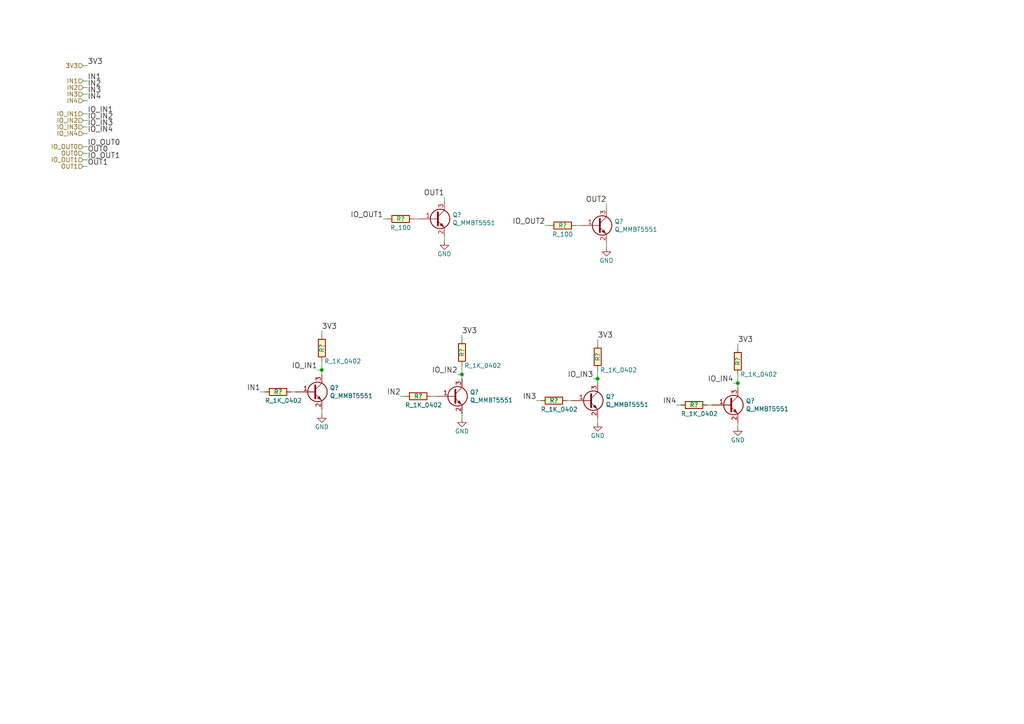
<source format=kicad_sch>
(kicad_sch (version 20211123) (generator eeschema)
  (paper "A4")
  (lib_symbols
    (symbol "Open_Automation:Q_MMBT5551" (pin_names (offset 0) hide)
      (property "Reference" "Q" (at 7.62 1.27 0))
      (property "Value" "Open_Automation_Q_MMBT5551" (at 15.24 -1.27 0))
      (symbol "Q_MMBT5551_0_1"
        (polyline (pts (xy 0.635 0.635) (xy 2.54 2.54)))
        (polyline (pts (xy 0.635 -0.635) (xy 2.54 -2.54) (xy 2.54 -2.54)))
        (polyline (pts (xy 0.635 1.905) (xy 0.635 -1.905) (xy 0.635 -1.905)) (stroke (width 0.508)))
        (polyline (pts (xy 1.27 -1.778) (xy 1.778 -1.27) (xy 2.286 -2.286) (xy 1.27 -1.778) (xy 1.27 -1.778)) (fill (type outline)))
        (circle (center 1.27 0) (radius 2.8194) (stroke (width 0.254)))
      )
      (symbol "Q_MMBT5551_1_1"
        (pin passive line (at -5.08 0 0) (length 5.715) (name "B") (number "1"))
        (pin passive line (at 2.54 -5.08 90) (length 2.54) (name "E") (number "2"))
        (pin passive line (at 2.54 5.08 270) (length 2.54) (name "C") (number "3"))
      )
    )
    (symbol "Open_Automation:R_100" (pin_numbers hide) (pin_names (offset 0))
      (property "Reference" "R" (at 0 0 90))
      (property "Value" "Open_Automation_R_100" (at -1.905 0 90))
      (symbol "R_100_0_1"
        (rectangle (start -1.016 -2.54) (end 1.016 2.54) (stroke (width 0.254)) (fill (type background)))
      )
      (symbol "R_100_1_1"
        (pin passive line (at 0 -3.81 90) (length 1.27) (name "~") (number "1"))
        (pin passive line (at 0 3.81 270) (length 1.27) (name "~") (number "2"))
      )
    )
    (symbol "Open_Automation:R_1K_0402" (pin_numbers hide) (pin_names (offset 0))
      (property "Reference" "R" (at 0 0 90))
      (property "Value" "Open_Automation_R_1K_0402" (at -1.905 0 90))
      (symbol "R_1K_0402_0_1"
        (rectangle (start -1.016 -2.54) (end 1.016 2.54) (stroke (width 0.254)) (fill (type background)))
      )
      (symbol "R_1K_0402_1_1"
        (pin passive line (at 0 3.81 270) (length 1.27) (name "~") (number "1"))
        (pin passive line (at 0 -3.81 90) (length 1.27) (name "~") (number "2"))
      )
    )
    (symbol "power:GND" (power) (pin_names (offset 0))
      (property "Value" "power_GND" (at 0 -3.81 0))
      (symbol "GND_0_1"
        (polyline (pts (xy 0 0) (xy 0 -1.27) (xy 1.27 -1.27) (xy 0 -2.54) (xy -1.27 -1.27) (xy 0 -1.27)))
      )
      (symbol "GND_1_1"
        (pin power_in line (at 0 0 270) (length 0) hide (name "GND") (number "1"))
      )
    )
  )
  (junction (at 173.355 109.855))
  (junction (at 133.985 108.585))
  (junction (at 213.995 111.125))
  (junction (at 93.345 107.315))
  (wire (pts (xy 24.13 48.26) (xy 25.4 48.26)))
  (wire (pts (xy 173.355 107.315) (xy 173.355 109.855)))
  (wire (pts (xy 24.13 23.495) (xy 25.4 23.495)))
  (wire (pts (xy 112.395 63.5) (xy 111.125 63.5)))
  (wire (pts (xy 213.995 111.125) (xy 213.995 112.395)))
  (wire (pts (xy 24.13 34.925) (xy 25.4 34.925)))
  (wire (pts (xy 76.835 113.665) (xy 75.565 113.665)))
  (wire (pts (xy 175.895 71.755) (xy 175.895 70.485)))
  (wire (pts (xy 24.13 38.735) (xy 25.4 38.735)))
  (wire (pts (xy 117.475 114.935) (xy 116.205 114.935)))
  (wire (pts (xy 172.085 109.855) (xy 173.355 109.855)))
  (wire (pts (xy 128.905 69.85) (xy 128.905 68.58)))
  (wire (pts (xy 24.13 29.21) (xy 25.4 29.21)))
  (wire (pts (xy 173.355 98.425) (xy 173.355 99.695)))
  (wire (pts (xy 213.995 108.585) (xy 213.995 111.125)))
  (wire (pts (xy 24.13 19.05) (xy 25.4 19.05)))
  (wire (pts (xy 167.005 65.405) (xy 168.275 65.405)))
  (wire (pts (xy 132.715 108.585) (xy 133.985 108.585)))
  (wire (pts (xy 120.015 63.5) (xy 121.285 63.5)))
  (wire (pts (xy 213.995 123.825) (xy 213.995 122.555)))
  (wire (pts (xy 93.345 104.775) (xy 93.345 107.315)))
  (wire (pts (xy 159.385 65.405) (xy 158.115 65.405)))
  (wire (pts (xy 156.845 116.205) (xy 155.575 116.205)))
  (wire (pts (xy 24.13 46.355) (xy 25.4 46.355)))
  (wire (pts (xy 93.345 107.315) (xy 93.345 108.585)))
  (wire (pts (xy 24.13 36.83) (xy 25.4 36.83)))
  (wire (pts (xy 24.13 33.02) (xy 25.4 33.02)))
  (wire (pts (xy 173.355 109.855) (xy 173.355 111.125)))
  (wire (pts (xy 205.105 117.475) (xy 206.375 117.475)))
  (wire (pts (xy 133.985 121.285) (xy 133.985 120.015)))
  (wire (pts (xy 133.985 97.155) (xy 133.985 98.425)))
  (wire (pts (xy 92.075 107.315) (xy 93.345 107.315)))
  (wire (pts (xy 133.985 106.045) (xy 133.985 108.585)))
  (wire (pts (xy 164.465 116.205) (xy 165.735 116.205)))
  (wire (pts (xy 175.895 59.055) (xy 175.895 60.325)))
  (wire (pts (xy 125.095 114.935) (xy 126.365 114.935)))
  (wire (pts (xy 212.725 111.125) (xy 213.995 111.125)))
  (wire (pts (xy 93.345 95.885) (xy 93.345 97.155)))
  (wire (pts (xy 128.905 57.15) (xy 128.905 58.42)))
  (wire (pts (xy 24.13 42.545) (xy 25.4 42.545)))
  (wire (pts (xy 93.345 120.015) (xy 93.345 118.745)))
  (wire (pts (xy 24.13 27.305) (xy 25.4 27.305)))
  (wire (pts (xy 197.485 117.475) (xy 196.215 117.475)))
  (wire (pts (xy 173.355 122.555) (xy 173.355 121.285)))
  (wire (pts (xy 213.995 99.695) (xy 213.995 100.965)))
  (wire (pts (xy 133.985 108.585) (xy 133.985 109.855)))
  (wire (pts (xy 24.13 44.45) (xy 25.4 44.45)))
  (wire (pts (xy 84.455 113.665) (xy 85.725 113.665)))
  (wire (pts (xy 24.13 25.4) (xy 25.4 25.4)))
  (label "OUT1" (at 25.4 48.26 0) (effects (font (size 1.524 1.524))))
  (label "IO_IN1" (at 92.075 107.315 180) (effects (font (size 1.524 1.524))))
  (label "IN1" (at 75.565 113.665 180) (effects (font (size 1.524 1.524))))
  (label "IO_IN3" (at 172.085 109.855 180) (effects (font (size 1.524 1.524))))
  (label "IO_IN2" (at 132.715 108.585 180) (effects (font (size 1.524 1.524))))
  (label "IN1" (at 25.4 23.495 0) (effects (font (size 1.524 1.524))))
  (label "IN3" (at 155.575 116.205 180) (effects (font (size 1.524 1.524))))
  (label "IO_IN2" (at 25.4 34.925 0) (effects (font (size 1.524 1.524))))
  (label "3V3" (at 213.995 99.695 0) (effects (font (size 1.524 1.524))))
  (label "IN2" (at 116.205 114.935 180) (effects (font (size 1.524 1.524))))
  (label "OUT1" (at 128.905 57.15 180) (effects (font (size 1.524 1.524))))
  (label "IN2" (at 25.4 25.4 0) (effects (font (size 1.524 1.524))))
  (label "IN4" (at 196.215 117.475 180) (effects (font (size 1.524 1.524))))
  (label "OUT2" (at 175.895 59.055 180) (effects (font (size 1.524 1.524))))
  (label "IN4" (at 25.4 29.21 0) (effects (font (size 1.524 1.524))))
  (label "OUT0" (at 25.4 44.45 0) (effects (font (size 1.524 1.524))))
  (label "IO_OUT1" (at 25.4 46.355 0) (effects (font (size 1.524 1.524))))
  (label "IO_OUT2" (at 158.115 65.405 180) (effects (font (size 1.524 1.524))))
  (label "IO_IN3" (at 25.4 36.83 0) (effects (font (size 1.524 1.524))))
  (label "3V3" (at 173.355 98.425 0) (effects (font (size 1.524 1.524))))
  (label "IO_IN4" (at 25.4 38.735 0) (effects (font (size 1.524 1.524))))
  (label "IO_IN4" (at 212.725 111.125 180) (effects (font (size 1.524 1.524))))
  (label "3V3" (at 25.4 19.05 0) (effects (font (size 1.524 1.524))))
  (label "3V3" (at 133.985 97.155 0) (effects (font (size 1.524 1.524))))
  (label "3V3" (at 93.345 95.885 0) (effects (font (size 1.524 1.524))))
  (label "IO_OUT0" (at 25.4 42.545 0) (effects (font (size 1.524 1.524))))
  (label "IO_OUT1" (at 111.125 63.5 180) (effects (font (size 1.524 1.524))))
  (label "IO_IN1" (at 25.4 33.02 0) (effects (font (size 1.524 1.524))))
  (label "IN3" (at 25.4 27.305 0) (effects (font (size 1.524 1.524))))
  (hierarchical_label "IN4" (shape input) (at 24.13 29.21 180))
  (hierarchical_label "IO_OUT1" (shape input) (at 24.13 46.355 180))
  (hierarchical_label "IO_IN2" (shape input) (at 24.13 34.925 180))
  (hierarchical_label "OUT1" (shape input) (at 24.13 48.26 180))
  (hierarchical_label "3V3" (shape input) (at 24.13 19.05 180))
  (hierarchical_label "IN2" (shape input) (at 24.13 25.4 180))
  (hierarchical_label "IO_IN4" (shape input) (at 24.13 38.735 180))
  (hierarchical_label "OUT0" (shape input) (at 24.13 44.45 180))
  (hierarchical_label "IO_IN3" (shape input) (at 24.13 36.83 180))
  (hierarchical_label "IN3" (shape input) (at 24.13 27.305 180))
  (hierarchical_label "IO_OUT0" (shape input) (at 24.13 42.545 180))
  (hierarchical_label "IN1" (shape input) (at 24.13 23.495 180))
  (hierarchical_label "IO_IN1" (shape input) (at 24.13 33.02 180))
  (symbol (lib_id "Open_Automation:R_1K_0402") (at 133.985 102.235 180) (unit 1)
    (property "Reference" "R?" (at 133.985 100.965 90) (effects (justify left)))
    (property "Value" "R_1K_0402" (at 145.415 106.045 0) (effects (justify left)))
    (property "Footprint" "Resistor_SMD:R_0402_1005Metric_Pad0.72x0.64mm_HandSolder" (effects hide))
    (property "Datasheet" "https://www.digikey.com/product-detail/en/panasonic-electronic-components/ERJ-3GEYJ102V/P1.0KGDKR-ND/577615" (effects hide))
    (property "Part Number" "0402WGF1001TCE" (effects hide))
    (property "LCSC" "C11702" (effects hide))
  )
  (symbol (lib_id "Open_Automation:Q_MMBT5551") (at 173.355 65.405 0) (unit 1)
    (property "Reference" "Q?" (at 178.2064 64.2366 0) (effects (justify left)))
    (property "Value" "Q_MMBT5551" (at 178.2064 66.548 0) (effects (justify left)))
    (property "Footprint" "Package_TO_SOT_SMD:SOT-23" (effects hide))
    (property "Datasheet" "https://datasheet.lcsc.com/szlcsc/Changjiang-Electronics-Tech-CJ-SS8050_C2150.pdf" (effects hide))
    (property "Part Number" "MMBT5551" (effects hide))
    (property "LCSC" "C2145" (effects hide))
  )
  (symbol (lib_id "Open_Automation:Q_MMBT5551") (at 90.805 113.665 0) (unit 1)
    (property "Reference" "Q?" (at 95.6564 112.4966 0) (effects (justify left)))
    (property "Value" "Q_MMBT5551" (at 95.6564 114.808 0) (effects (justify left)))
    (property "Footprint" "Package_TO_SOT_SMD:SOT-23" (effects hide))
    (property "Datasheet" "https://datasheet.lcsc.com/szlcsc/Changjiang-Electronics-Tech-CJ-SS8050_C2150.pdf" (effects hide))
    (property "Part Number" "MMBT5551" (effects hide))
    (property "LCSC" "C2145" (effects hide))
  )
  (symbol (lib_id "power:GND") (at 213.995 123.825 0) (unit 1)
    (property "Reference" "#PWR?" (effects hide))
    (property "Value" "GND" (at 213.995 127.635 0))
  )
  (symbol (lib_id "Open_Automation:R_100") (at 163.195 65.405 270) (unit 1)
    (property "Reference" "R?" (at 163.195 65.405 90))
    (property "Value" "R_100" (at 163.195 67.945 90))
    (property "Footprint" "Resistor_SMD:R_0402_1005Metric_Pad0.72x0.64mm_HandSolder" (effects hide))
    (property "Datasheet" "https://datasheet.lcsc.com/szlcsc/Uniroyal-Elec-0402WGF1000TCE_C25076.pdf" (effects hide))
    (property "Part Number" "0402WGF1000TCE" (effects hide))
    (property "LCSC" "C25076" (effects hide))
  )
  (symbol (lib_id "Open_Automation:R_1K_0402") (at 93.345 100.965 180) (unit 1)
    (property "Reference" "R?" (at 93.345 99.695 90) (effects (justify left)))
    (property "Value" "R_1K_0402" (at 104.775 104.775 0) (effects (justify left)))
    (property "Footprint" "Resistor_SMD:R_0402_1005Metric_Pad0.72x0.64mm_HandSolder" (effects hide))
    (property "Datasheet" "https://www.digikey.com/product-detail/en/panasonic-electronic-components/ERJ-3GEYJ102V/P1.0KGDKR-ND/577615" (effects hide))
    (property "Part Number" "0402WGF1001TCE" (effects hide))
    (property "LCSC" "C11702" (effects hide))
  )
  (symbol (lib_id "Open_Automation:Q_MMBT5551") (at 170.815 116.205 0) (unit 1)
    (property "Reference" "Q?" (at 175.6664 115.0366 0) (effects (justify left)))
    (property "Value" "Q_MMBT5551" (at 175.6664 117.348 0) (effects (justify left)))
    (property "Footprint" "Package_TO_SOT_SMD:SOT-23" (effects hide))
    (property "Datasheet" "https://datasheet.lcsc.com/szlcsc/Changjiang-Electronics-Tech-CJ-SS8050_C2150.pdf" (effects hide))
    (property "Part Number" "MMBT5551" (effects hide))
    (property "LCSC" "C2145" (effects hide))
  )
  (symbol (lib_id "Open_Automation:R_1K_0402") (at 160.655 116.205 270) (unit 1)
    (property "Reference" "R?" (at 159.385 116.205 90) (effects (justify left)))
    (property "Value" "R_1K_0402" (at 156.845 118.745 90) (effects (justify left)))
    (property "Footprint" "Resistor_SMD:R_0402_1005Metric_Pad0.72x0.64mm_HandSolder" (effects hide))
    (property "Datasheet" "https://www.digikey.com/product-detail/en/panasonic-electronic-components/ERJ-3GEYJ102V/P1.0KGDKR-ND/577615" (effects hide))
    (property "Part Number" "0402WGF1001TCE" (effects hide))
    (property "LCSC" "C11702" (effects hide))
  )
  (symbol (lib_id "Open_Automation:R_1K_0402") (at 213.995 104.775 180) (unit 1)
    (property "Reference" "R?" (at 213.995 103.505 90) (effects (justify left)))
    (property "Value" "R_1K_0402" (at 225.425 108.585 0) (effects (justify left)))
    (property "Footprint" "Resistor_SMD:R_0402_1005Metric_Pad0.72x0.64mm_HandSolder" (effects hide))
    (property "Datasheet" "https://www.digikey.com/product-detail/en/panasonic-electronic-components/ERJ-3GEYJ102V/P1.0KGDKR-ND/577615" (effects hide))
    (property "Part Number" "0402WGF1001TCE" (effects hide))
    (property "LCSC" "C11702" (effects hide))
  )
  (symbol (lib_id "Open_Automation:R_100") (at 116.205 63.5 270) (unit 1)
    (property "Reference" "R?" (at 116.205 63.5 90))
    (property "Value" "R_100" (at 116.205 66.04 90))
    (property "Footprint" "Resistor_SMD:R_0402_1005Metric_Pad0.72x0.64mm_HandSolder" (effects hide))
    (property "Datasheet" "https://datasheet.lcsc.com/szlcsc/Uniroyal-Elec-0402WGF1000TCE_C25076.pdf" (effects hide))
    (property "Part Number" "0402WGF1000TCE" (effects hide))
    (property "LCSC" "C25076" (effects hide))
  )
  (symbol (lib_id "Open_Automation:R_1K_0402") (at 173.355 103.505 180) (unit 1)
    (property "Reference" "R?" (at 173.355 102.235 90) (effects (justify left)))
    (property "Value" "R_1K_0402" (at 184.785 107.315 0) (effects (justify left)))
    (property "Footprint" "Resistor_SMD:R_0402_1005Metric_Pad0.72x0.64mm_HandSolder" (effects hide))
    (property "Datasheet" "https://www.digikey.com/product-detail/en/panasonic-electronic-components/ERJ-3GEYJ102V/P1.0KGDKR-ND/577615" (effects hide))
    (property "Part Number" "0402WGF1001TCE" (effects hide))
    (property "LCSC" "C11702" (effects hide))
  )
  (symbol (lib_id "Open_Automation:Q_MMBT5551") (at 131.445 114.935 0) (unit 1)
    (property "Reference" "Q?" (at 136.2964 113.7666 0) (effects (justify left)))
    (property "Value" "Q_MMBT5551" (at 136.2964 116.078 0) (effects (justify left)))
    (property "Footprint" "Package_TO_SOT_SMD:SOT-23" (effects hide))
    (property "Datasheet" "https://datasheet.lcsc.com/szlcsc/Changjiang-Electronics-Tech-CJ-SS8050_C2150.pdf" (effects hide))
    (property "Part Number" "MMBT5551" (effects hide))
    (property "LCSC" "C2145" (effects hide))
  )
  (symbol (lib_id "power:GND") (at 93.345 120.015 0) (unit 1)
    (property "Reference" "#PWR?" (effects hide))
    (property "Value" "GND" (at 93.345 123.825 0))
  )
  (symbol (lib_id "power:GND") (at 133.985 121.285 0) (unit 1)
    (property "Reference" "#PWR?" (effects hide))
    (property "Value" "GND" (at 133.985 125.095 0))
  )
  (symbol (lib_id "Open_Automation:R_1K_0402") (at 201.295 117.475 270) (unit 1)
    (property "Reference" "R?" (at 200.025 117.475 90) (effects (justify left)))
    (property "Value" "R_1K_0402" (at 197.485 120.015 90) (effects (justify left)))
    (property "Footprint" "Resistor_SMD:R_0402_1005Metric_Pad0.72x0.64mm_HandSolder" (effects hide))
    (property "Datasheet" "https://www.digikey.com/product-detail/en/panasonic-electronic-components/ERJ-3GEYJ102V/P1.0KGDKR-ND/577615" (effects hide))
    (property "Part Number" "0402WGF1001TCE" (effects hide))
    (property "LCSC" "C11702" (effects hide))
  )
  (symbol (lib_id "Open_Automation:R_1K_0402") (at 121.285 114.935 270) (unit 1)
    (property "Reference" "R?" (at 120.015 114.935 90) (effects (justify left)))
    (property "Value" "R_1K_0402" (at 117.475 117.475 90) (effects (justify left)))
    (property "Footprint" "Resistor_SMD:R_0402_1005Metric_Pad0.72x0.64mm_HandSolder" (effects hide))
    (property "Datasheet" "https://www.digikey.com/product-detail/en/panasonic-electronic-components/ERJ-3GEYJ102V/P1.0KGDKR-ND/577615" (effects hide))
    (property "Part Number" "0402WGF1001TCE" (effects hide))
    (property "LCSC" "C11702" (effects hide))
  )
  (symbol (lib_id "Open_Automation:Q_MMBT5551") (at 211.455 117.475 0) (unit 1)
    (property "Reference" "Q?" (at 216.3064 116.3066 0) (effects (justify left)))
    (property "Value" "Q_MMBT5551" (at 216.3064 118.618 0) (effects (justify left)))
    (property "Footprint" "Package_TO_SOT_SMD:SOT-23" (effects hide))
    (property "Datasheet" "https://datasheet.lcsc.com/szlcsc/Changjiang-Electronics-Tech-CJ-SS8050_C2150.pdf" (effects hide))
    (property "Part Number" "MMBT5551" (effects hide))
    (property "LCSC" "C2145" (effects hide))
  )
  (symbol (lib_id "Open_Automation:Q_MMBT5551") (at 126.365 63.5 0) (unit 1)
    (property "Reference" "Q?" (at 131.2164 62.3316 0) (effects (justify left)))
    (property "Value" "Q_MMBT5551" (at 131.2164 64.643 0) (effects (justify left)))
    (property "Footprint" "Package_TO_SOT_SMD:SOT-23" (effects hide))
    (property "Datasheet" "https://datasheet.lcsc.com/szlcsc/Changjiang-Electronics-Tech-CJ-SS8050_C2150.pdf" (effects hide))
    (property "Part Number" "MMBT5551" (effects hide))
    (property "LCSC" "C2145" (effects hide))
  )
  (symbol (lib_id "Open_Automation:R_1K_0402") (at 80.645 113.665 270) (unit 1)
    (property "Reference" "R?" (at 79.375 113.665 90) (effects (justify left)))
    (property "Value" "R_1K_0402" (at 76.835 116.205 90) (effects (justify left)))
    (property "Footprint" "Resistor_SMD:R_0402_1005Metric_Pad0.72x0.64mm_HandSolder" (effects hide))
    (property "Datasheet" "https://www.digikey.com/product-detail/en/panasonic-electronic-components/ERJ-3GEYJ102V/P1.0KGDKR-ND/577615" (effects hide))
    (property "Part Number" "0402WGF1001TCE" (effects hide))
    (property "LCSC" "C11702" (effects hide))
  )
  (symbol (lib_id "power:GND") (at 128.905 69.85 0) (unit 1)
    (property "Reference" "#PWR?" (effects hide))
    (property "Value" "GND" (at 128.905 73.66 0))
  )
  (symbol (lib_id "power:GND") (at 173.355 122.555 0) (unit 1)
    (property "Reference" "#PWR?" (effects hide))
    (property "Value" "GND" (at 173.355 126.365 0))
  )
  (symbol (lib_id "power:GND") (at 175.895 71.755 0) (unit 1)
    (property "Reference" "#PWR?" (effects hide))
    (property "Value" "GND" (at 175.895 75.565 0))
  )
)
</source>
